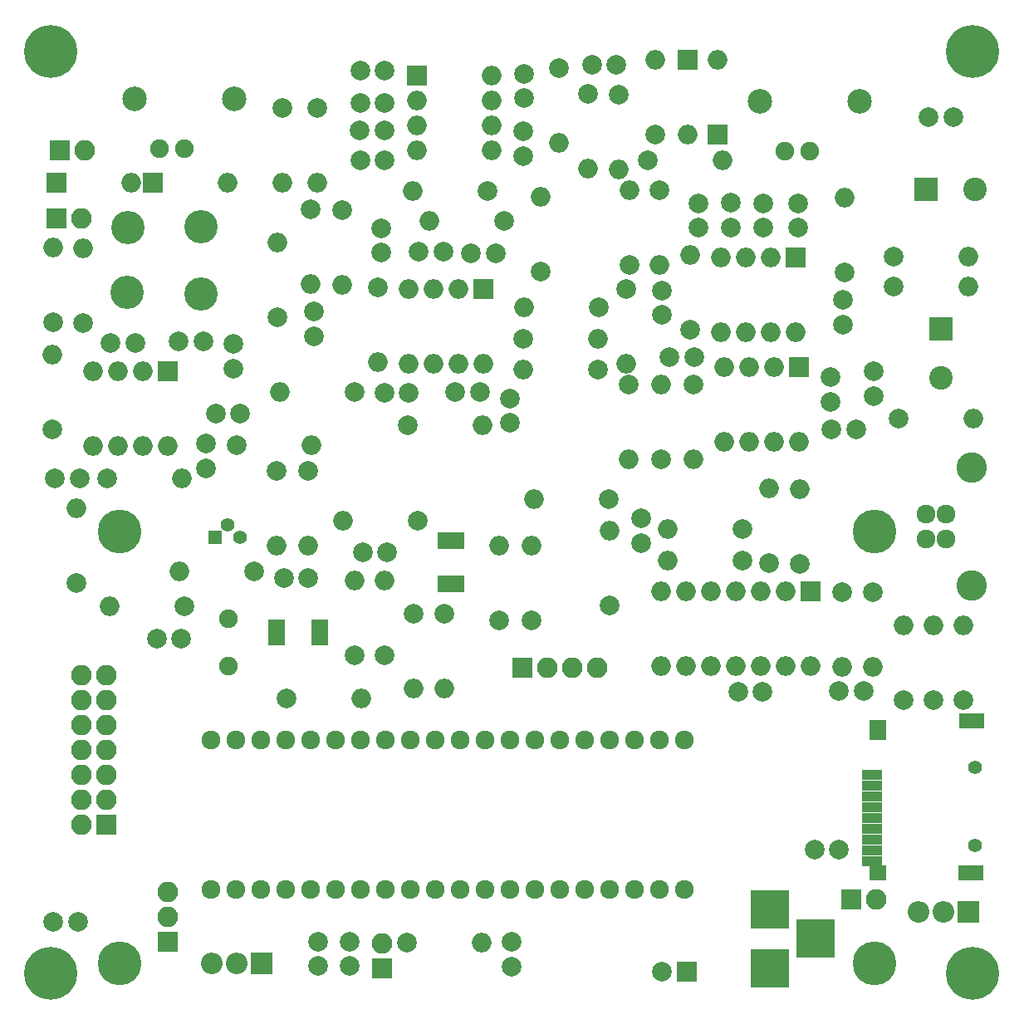
<source format=gbr>
G04 #@! TF.FileFunction,Soldermask,Top*
%FSLAX46Y46*%
G04 Gerber Fmt 4.6, Leading zero omitted, Abs format (unit mm)*
G04 Created by KiCad (PCBNEW 4.0.7) date 04/23/20 22:14:39*
%MOMM*%
%LPD*%
G01*
G04 APERTURE LIST*
%ADD10C,0.100000*%
%ADD11C,1.924000*%
%ADD12R,2.000000X1.100000*%
%ADD13R,1.800000X1.600000*%
%ADD14R,1.800000X2.000000*%
%ADD15R,2.600000X1.600000*%
%ADD16C,1.400000*%
%ADD17C,2.000000*%
%ADD18R,1.400000X1.400000*%
%ADD19R,2.000000X2.000000*%
%ADD20O,2.000000X2.000000*%
%ADD21C,3.400000*%
%ADD22R,2.100000X2.100000*%
%ADD23O,2.100000X2.100000*%
%ADD24R,1.800000X0.700000*%
%ADD25C,1.900000*%
%ADD26C,5.400000*%
%ADD27C,2.500000*%
%ADD28R,2.200000X2.200000*%
%ADD29O,2.200000X2.200000*%
%ADD30C,4.464000*%
%ADD31R,3.900000X3.900000*%
%ADD32R,0.700000X1.800000*%
%ADD33R,2.400000X2.400000*%
%ADD34C,2.400000*%
%ADD35C,1.920000*%
%ADD36C,3.100000*%
G04 APERTURE END LIST*
D10*
D11*
X69342000Y-138430000D03*
X71882000Y-138430000D03*
X74422000Y-138430000D03*
X76962000Y-138430000D03*
X79502000Y-138430000D03*
X82042000Y-138430000D03*
X84582000Y-138430000D03*
X87122000Y-138430000D03*
X89662000Y-138430000D03*
X92202000Y-138430000D03*
X94742000Y-138430000D03*
X97282000Y-138430000D03*
X99822000Y-138430000D03*
X102362000Y-138430000D03*
X104902000Y-138430000D03*
X107442000Y-138430000D03*
X109982000Y-138430000D03*
X112522000Y-138430000D03*
X115062000Y-138430000D03*
X117602000Y-138430000D03*
X69342000Y-123190000D03*
X71882000Y-123190000D03*
X74422000Y-123190000D03*
X76962000Y-123190000D03*
X79502000Y-123190000D03*
X82042000Y-123190000D03*
X84582000Y-123190000D03*
X87122000Y-123190000D03*
X89662000Y-123190000D03*
X92202000Y-123190000D03*
X94742000Y-123190000D03*
X97282000Y-123190000D03*
X99822000Y-123190000D03*
X102362000Y-123190000D03*
X104902000Y-123190000D03*
X107442000Y-123190000D03*
X109982000Y-123190000D03*
X112522000Y-123190000D03*
X115062000Y-123190000D03*
X117602000Y-123190000D03*
D12*
X136690000Y-134482000D03*
X136690000Y-133382000D03*
X136690000Y-132282000D03*
X136690000Y-131182000D03*
X136690000Y-130082000D03*
X136690000Y-128982000D03*
X136690000Y-127882000D03*
X136690000Y-126782000D03*
D13*
X137290000Y-136782000D03*
D14*
X137290000Y-122182000D03*
D15*
X146890000Y-121282000D03*
X146790000Y-136782000D03*
D12*
X136690000Y-135582000D03*
D16*
X147190000Y-133982000D03*
X147190000Y-125982000D03*
D17*
X61600000Y-82750000D03*
X59100000Y-82750000D03*
D16*
X71020000Y-101280000D03*
X72290000Y-102550000D03*
D18*
X69750000Y-102550000D03*
D17*
X115316000Y-79883000D03*
X115316000Y-77383000D03*
D19*
X64937640Y-85674200D03*
D20*
X57317640Y-93294200D03*
X62397640Y-85674200D03*
X59857640Y-93294200D03*
X59857640Y-85674200D03*
X62397640Y-93294200D03*
X57317640Y-85674200D03*
X64937640Y-93294200D03*
D19*
X130479800Y-108077000D03*
D20*
X115239800Y-115697000D03*
X127939800Y-108077000D03*
X117779800Y-115697000D03*
X125399800Y-108077000D03*
X120319800Y-115697000D03*
X122859800Y-108077000D03*
X122859800Y-115697000D03*
X120319800Y-108077000D03*
X125399800Y-115697000D03*
X117779800Y-108077000D03*
X127939800Y-115697000D03*
X115239800Y-108077000D03*
X130479800Y-115697000D03*
D17*
X76024740Y-95806260D03*
D20*
X76024740Y-103426260D03*
D17*
X66025000Y-82575000D03*
X68525000Y-82575000D03*
D21*
X68326000Y-77724000D03*
X60775000Y-77600000D03*
D19*
X120944640Y-61493400D03*
D20*
X120944640Y-53873400D03*
D19*
X117896640Y-53873400D03*
D20*
X117896640Y-61493400D03*
D17*
X108165900Y-54368700D03*
X110665900Y-54368700D03*
X79248000Y-106680000D03*
X76748000Y-106680000D03*
X136906000Y-88138000D03*
X136906000Y-85638000D03*
X142494000Y-59690000D03*
X144994000Y-59690000D03*
X79822040Y-82054700D03*
X79822040Y-79554700D03*
X87035640Y-55016400D03*
X84535640Y-55016400D03*
X87035640Y-58318400D03*
X84535640Y-58318400D03*
X71600000Y-85375000D03*
X71600000Y-82875000D03*
X129199640Y-71018400D03*
X129199640Y-68518400D03*
X125643640Y-71018400D03*
X125643640Y-68518400D03*
X84495640Y-61112400D03*
X86995640Y-61112400D03*
X122341640Y-68478400D03*
X122341640Y-70978400D03*
X87035640Y-64160400D03*
X84535640Y-64160400D03*
X72303640Y-89941400D03*
X69803640Y-89941400D03*
X119039640Y-71018400D03*
X119039640Y-68518400D03*
X101196140Y-61188600D03*
X101196140Y-63688600D03*
X53441600Y-96560640D03*
X55941600Y-96560640D03*
X101259640Y-57810400D03*
X101259640Y-55310400D03*
X68783200Y-95504000D03*
X68783200Y-93004000D03*
X133771640Y-78384400D03*
X133771640Y-80884400D03*
X93004640Y-73431400D03*
X90504640Y-73431400D03*
X86984840Y-87820500D03*
X89484840Y-87820500D03*
X116062760Y-84239100D03*
X118562760Y-84239100D03*
X98338640Y-73609200D03*
X95838640Y-73609200D03*
X96751140Y-87782400D03*
X94251140Y-87782400D03*
X132476240Y-86258400D03*
X132476240Y-88758400D03*
X99799140Y-88417400D03*
X99799140Y-90917400D03*
X135067040Y-91567000D03*
X132567040Y-91567000D03*
X80264000Y-143764000D03*
X80264000Y-146264000D03*
X83425000Y-143800000D03*
X83425000Y-146300000D03*
X99999800Y-143840200D03*
X99999800Y-146340200D03*
D19*
X63413640Y-66395600D03*
D20*
X71033640Y-66395600D03*
D19*
X53571140Y-66382900D03*
D20*
X61191140Y-66382900D03*
D21*
X60850000Y-70950000D03*
X68326000Y-70866000D03*
D22*
X101092000Y-115824000D03*
D23*
X103632000Y-115824000D03*
X106172000Y-115824000D03*
X108712000Y-115824000D03*
D17*
X139446000Y-90424000D03*
D20*
X147066000Y-90424000D03*
D17*
X73710800Y-106057700D03*
D20*
X66090800Y-106057700D03*
D17*
X104815640Y-54762400D03*
D20*
X104815640Y-62382400D03*
D17*
X53126640Y-91592400D03*
D20*
X53126640Y-83972400D03*
D17*
X133898640Y-75590400D03*
D20*
X133898640Y-67970400D03*
D17*
X84000000Y-114600000D03*
D20*
X84000000Y-106980000D03*
D17*
X87000000Y-114600000D03*
D20*
X87000000Y-106980000D03*
D17*
X138938000Y-76962000D03*
D20*
X146558000Y-76962000D03*
D17*
X138938000Y-73914000D03*
D20*
X146558000Y-73914000D03*
D17*
X79479140Y-69113400D03*
D20*
X79479140Y-76733400D03*
D17*
X76113640Y-80162400D03*
D20*
X76113640Y-72542400D03*
D17*
X58704480Y-96601280D03*
D20*
X66324480Y-96601280D03*
D17*
X82717640Y-69176900D03*
D20*
X82717640Y-76796900D03*
D17*
X80177640Y-58826400D03*
D20*
X80177640Y-66446400D03*
D17*
X76621640Y-58826400D03*
D20*
X76621640Y-66446400D03*
D17*
X55626000Y-107188000D03*
D20*
X55626000Y-99568000D03*
D17*
X79237840Y-95806260D03*
D20*
X79237840Y-103426260D03*
D17*
X114594640Y-61493400D03*
D20*
X114594640Y-53873400D03*
D17*
X113832640Y-64160400D03*
D20*
X121452640Y-64160400D03*
D17*
X97500440Y-67284600D03*
D20*
X89880440Y-67284600D03*
D17*
X83936840Y-87731600D03*
D20*
X76316840Y-87731600D03*
D17*
X118150640Y-81432400D03*
D20*
X118150640Y-73812400D03*
D17*
X102948740Y-75438000D03*
D20*
X102948740Y-67818000D03*
D17*
X89423240Y-91135200D03*
D20*
X97043240Y-91135200D03*
D17*
X118531640Y-87020400D03*
D20*
X118531640Y-94640400D03*
D17*
X99227640Y-70319900D03*
D20*
X91607640Y-70319900D03*
D17*
X86375240Y-77114400D03*
D20*
X86375240Y-84734400D03*
D17*
X115229640Y-94640400D03*
D20*
X115229640Y-87020400D03*
D17*
X109895640Y-98704400D03*
D20*
X102275640Y-98704400D03*
D17*
X111927640Y-87020400D03*
D20*
X111927640Y-94640400D03*
D17*
X109982000Y-109474000D03*
D20*
X109982000Y-101854000D03*
D17*
X111658400Y-77276960D03*
D20*
X111658400Y-84896960D03*
D17*
X108879640Y-79146400D03*
D20*
X101259640Y-79146400D03*
D17*
X101132640Y-82321400D03*
D20*
X108752640Y-82321400D03*
D24*
X76032000Y-111268000D03*
X76032000Y-111768000D03*
X76032000Y-112268000D03*
X76032000Y-112768000D03*
X76032000Y-113268000D03*
X80432000Y-113268000D03*
X80432000Y-112768000D03*
X80432000Y-112268000D03*
X80432000Y-111768000D03*
X80432000Y-111268000D03*
D19*
X90337640Y-55524400D03*
D20*
X97957640Y-63144400D03*
X90337640Y-58064400D03*
X97957640Y-60604400D03*
X90337640Y-60604400D03*
X97957640Y-58064400D03*
X90337640Y-63144400D03*
X97957640Y-55524400D03*
D19*
X128945640Y-74066400D03*
D20*
X121325640Y-81686400D03*
X126405640Y-74066400D03*
X123865640Y-81686400D03*
X123865640Y-74066400D03*
X126405640Y-81686400D03*
X121325640Y-74066400D03*
X128945640Y-81686400D03*
D19*
X97132140Y-77241400D03*
D20*
X89512140Y-84861400D03*
X94592140Y-77241400D03*
X92052140Y-84861400D03*
X92052140Y-77241400D03*
X94592140Y-84861400D03*
X89512140Y-77241400D03*
X97132140Y-84861400D03*
D19*
X129275840Y-85191600D03*
D20*
X121655840Y-92811600D03*
X126735840Y-85191600D03*
X124195840Y-92811600D03*
X124195840Y-85191600D03*
X126735840Y-92811600D03*
X121655840Y-85191600D03*
X129275840Y-92811600D03*
D25*
X71079360Y-110837980D03*
X71079360Y-115717980D03*
D26*
X53000000Y-53000000D03*
X147000000Y-53000000D03*
X53000000Y-147000000D03*
X147000000Y-147000000D03*
D25*
X66588640Y-62966640D03*
X64048640Y-62966640D03*
D27*
X61508640Y-57886640D03*
X71668640Y-57886640D03*
D25*
X130327400Y-63230800D03*
X127787400Y-63230800D03*
D27*
X125247400Y-58150800D03*
X135407400Y-58150800D03*
D17*
X86654640Y-73558400D03*
X86654640Y-71058400D03*
D19*
X117800000Y-146875000D03*
D17*
X115300000Y-146875000D03*
X135854440Y-118211600D03*
X133354440Y-118211600D03*
D22*
X134620000Y-139446000D03*
D23*
X137160000Y-139446000D03*
D28*
X146558000Y-140716000D03*
D29*
X144018000Y-140716000D03*
X141478000Y-140716000D03*
D30*
X60000000Y-102000000D03*
X60000000Y-146000000D03*
X137000000Y-102000000D03*
X137000000Y-146000000D03*
D31*
X126288800Y-140474700D03*
X126288800Y-146474700D03*
X130988800Y-143474700D03*
D22*
X53900000Y-63090000D03*
D23*
X56440000Y-63090000D03*
D17*
X125552200Y-118300500D03*
X123052200Y-118300500D03*
X123548140Y-101688900D03*
D20*
X115928140Y-101688900D03*
D17*
X123548140Y-104927400D03*
D20*
X115928140Y-104927400D03*
D17*
X129311400Y-105270300D03*
D20*
X129311400Y-97650300D03*
D17*
X126187200Y-105234740D03*
D20*
X126187200Y-97614740D03*
D17*
X133667500Y-108178600D03*
D20*
X133667500Y-115798600D03*
D17*
X136791700Y-108127800D03*
D20*
X136791700Y-115747800D03*
D17*
X63779400Y-112892840D03*
X66279400Y-112892840D03*
X66608960Y-109636560D03*
D20*
X58988960Y-109636560D03*
D17*
X77060000Y-119000000D03*
D20*
X84680000Y-119000000D03*
D17*
X71973440Y-93151960D03*
D20*
X79593440Y-93151960D03*
D17*
X108752640Y-85496400D03*
D20*
X101132640Y-85496400D03*
D17*
X113197640Y-103149400D03*
X113197640Y-100649400D03*
D22*
X86750000Y-146475000D03*
D23*
X86750000Y-143935000D03*
D17*
X89275000Y-143900000D03*
D20*
X96895000Y-143900000D03*
D17*
X55760000Y-141730000D03*
X53260000Y-141730000D03*
D22*
X64930000Y-143780000D03*
D23*
X64930000Y-141240000D03*
X64930000Y-138700000D03*
D28*
X74513440Y-146037300D03*
D29*
X71973440Y-146037300D03*
X69433440Y-146037300D03*
D17*
X110896400Y-57442100D03*
D20*
X110896400Y-65062100D03*
D17*
X107746800Y-57378600D03*
D20*
X107746800Y-64998600D03*
D17*
X111988600Y-74841100D03*
D20*
X111988600Y-67221100D03*
D17*
X115074700Y-67195700D03*
D20*
X115074700Y-74815700D03*
D22*
X58625000Y-131900000D03*
D23*
X56085000Y-131900000D03*
X58625000Y-129360000D03*
X56085000Y-129360000D03*
X58625000Y-126820000D03*
X56085000Y-126820000D03*
X58625000Y-124280000D03*
X56085000Y-124280000D03*
X58625000Y-121740000D03*
X56085000Y-121740000D03*
X58625000Y-119200000D03*
X56085000Y-119200000D03*
X58625000Y-116660000D03*
X56085000Y-116660000D03*
D17*
X84800000Y-104100000D03*
X87300000Y-104100000D03*
X90400000Y-100900000D03*
D20*
X82780000Y-100900000D03*
D17*
X90000000Y-110400000D03*
D20*
X90000000Y-118020000D03*
D17*
X93100000Y-110400000D03*
D20*
X93100000Y-118020000D03*
D17*
X98675000Y-111050000D03*
D20*
X98675000Y-103430000D03*
D17*
X101975000Y-111025000D03*
D20*
X101975000Y-103405000D03*
D32*
X92800000Y-107300000D03*
X93300000Y-107300000D03*
X93800000Y-107300000D03*
X94300000Y-107300000D03*
X94800000Y-107300000D03*
X94800000Y-102900000D03*
X94300000Y-102900000D03*
X93800000Y-102900000D03*
X93300000Y-102900000D03*
X92800000Y-102900000D03*
D33*
X143764000Y-81280000D03*
D34*
X143764000Y-86280000D03*
D33*
X142240000Y-67056000D03*
D34*
X147240000Y-67056000D03*
D17*
X133350000Y-134366000D03*
X130850000Y-134366000D03*
D22*
X53590000Y-70020000D03*
D23*
X56130000Y-70020000D03*
D17*
X56270000Y-80690000D03*
D20*
X56270000Y-73070000D03*
D17*
X53230000Y-80630000D03*
D20*
X53230000Y-73010000D03*
D17*
X143002000Y-119126000D03*
D20*
X143002000Y-111506000D03*
D17*
X139954000Y-119126000D03*
D20*
X139954000Y-111506000D03*
D17*
X146050000Y-119126000D03*
D20*
X146050000Y-111506000D03*
D35*
X142210000Y-102730000D03*
X142210000Y-100190000D03*
X144210000Y-100190000D03*
X144210000Y-102730000D03*
D36*
X146910000Y-107460000D03*
X146910000Y-95460000D03*
M02*

</source>
